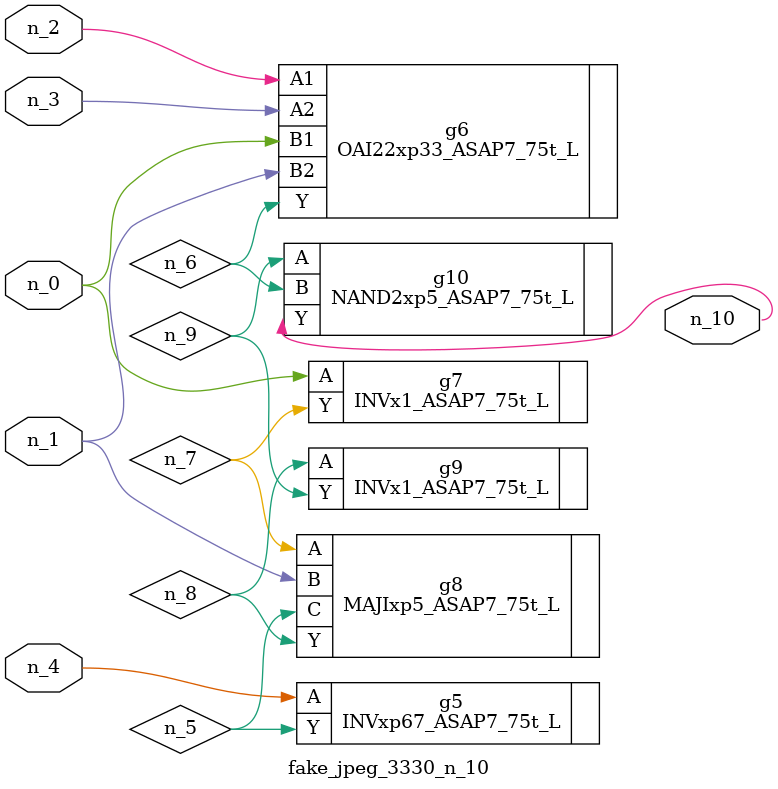
<source format=v>
module fake_jpeg_3330_n_10 (n_3, n_2, n_1, n_0, n_4, n_10);

input n_3;
input n_2;
input n_1;
input n_0;
input n_4;

output n_10;

wire n_8;
wire n_9;
wire n_6;
wire n_5;
wire n_7;

INVxp67_ASAP7_75t_L g5 ( 
.A(n_4),
.Y(n_5)
);

OAI22xp33_ASAP7_75t_L g6 ( 
.A1(n_2),
.A2(n_3),
.B1(n_0),
.B2(n_1),
.Y(n_6)
);

INVx1_ASAP7_75t_L g7 ( 
.A(n_0),
.Y(n_7)
);

MAJIxp5_ASAP7_75t_L g8 ( 
.A(n_7),
.B(n_1),
.C(n_5),
.Y(n_8)
);

INVx1_ASAP7_75t_L g9 ( 
.A(n_8),
.Y(n_9)
);

NAND2xp5_ASAP7_75t_L g10 ( 
.A(n_9),
.B(n_6),
.Y(n_10)
);


endmodule
</source>
